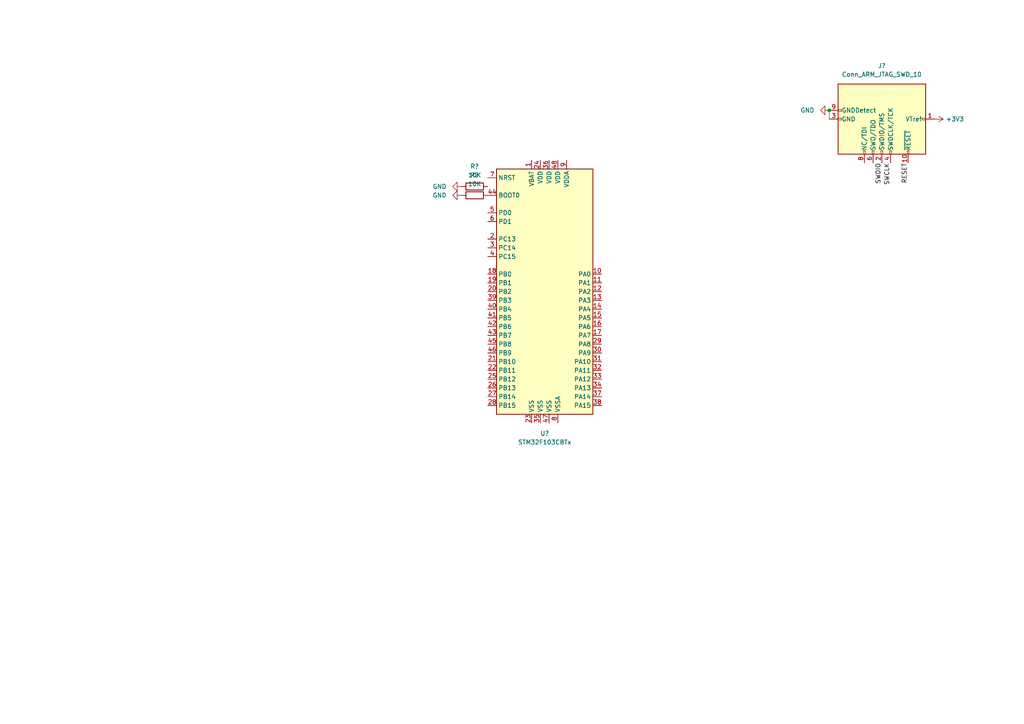
<source format=kicad_sch>
(kicad_sch (version 20210621) (generator eeschema)
  (paper "A4")
  (lib_symbols
    (symbol "Connector:Conn_ARM_JTAG_SWD_10" (pin_names (offset 1.016))
      (property "Reference" "J" (at -2.54 16.51 0))
      (property "Value" "Conn_ARM_JTAG_SWD_10" (at -2.54 13.97 0))
      (symbol "Conn_ARM_JTAG_SWD_10_0_1"
        (rectangle (start -10.16 12.7) (end 10.16 -12.7) (stroke (width 0.254)) (fill (type background)))
        (rectangle (start -2.794 -12.7) (end -2.286 -11.684))
        (rectangle (start -0.254 -12.7) (end 0.254 -11.684))
        (rectangle (start -0.254 12.7) (end 0.254 11.684))
        (rectangle (start 9.144 2.286) (end 10.16 2.794))
        (rectangle (start 10.16 -2.794) (end 9.144 -2.286))
        (rectangle (start 10.16 -0.254) (end 9.144 0.254))
        (rectangle (start 10.16 7.874) (end 9.144 7.366))
      )
      (symbol "Conn_ARM_JTAG_SWD_10_1_1"
        (rectangle (start 9.144 -5.334) (end 10.16 -4.826))
        (pin power_in line (at 0 15.24 270) (length 2.54) (name "VTref") (number "1"))
        (pin open_collector line (at 12.7 7.62 180) (length 2.54) (name "~{RESET}") (number "10"))
        (pin bidirectional line (at 12.7 0 180) (length 2.54) (name "SWDIO/TMS") (number "2"))
        (pin power_in line (at 0 -15.24 90) (length 2.54) (name "GND") (number "3"))
        (pin output line (at 12.7 2.54 180) (length 2.54) (name "SWDCLK/TCK") (number "4"))
        (pin passive line (at 0 -15.24 90) (length 2.54) hide (name "GND") (number "5"))
        (pin input line (at 12.7 -2.54 180) (length 2.54) (name "SWO/TDO") (number "6"))
        (pin no_connect line (at -10.16 0 0) (length 2.54) hide (name "KEY") (number "7"))
        (pin output line (at 12.7 -5.08 180) (length 2.54) (name "NC/TDI") (number "8"))
        (pin passive line (at -2.54 -15.24 90) (length 2.54) (name "GNDDetect") (number "9"))
      )
    )
    (symbol "Device:R" (pin_numbers hide) (pin_names (offset 0))
      (property "Reference" "R" (at 2.032 0 90))
      (property "Value" "R" (at 0 0 90))
      (symbol "R_0_1"
        (rectangle (start -1.016 -2.54) (end 1.016 2.54) (stroke (width 0.254)))
      )
      (symbol "R_1_1"
        (pin passive line (at 0 3.81 270) (length 1.27) (name "~") (number "1"))
        (pin passive line (at 0 -3.81 90) (length 1.27) (name "~") (number "2"))
      )
    )
    (symbol "MCU_ST_STM32F1:STM32F103CBTx"
      (property "Reference" "U" (at -15.24 36.83 0))
      (property "Value" "STM32F103CBTx" (at 7.62 36.83 0))
      (symbol "STM32F103CBTx_0_1"
        (rectangle (start -15.24 -35.56) (end 12.7 35.56) (stroke (width 0.254)) (fill (type background)))
      )
      (symbol "STM32F103CBTx_1_1"
        (pin power_in line (at -5.08 38.1 270) (length 2.54) (name "VBAT") (number "1"))
        (pin bidirectional line (at 15.24 5.08 180) (length 2.54) (name "PA0") (number "10"))
        (pin bidirectional line (at 15.24 2.54 180) (length 2.54) (name "PA1") (number "11"))
        (pin bidirectional line (at 15.24 0 180) (length 2.54) (name "PA2") (number "12"))
        (pin bidirectional line (at 15.24 -2.54 180) (length 2.54) (name "PA3") (number "13"))
        (pin bidirectional line (at 15.24 -5.08 180) (length 2.54) (name "PA4") (number "14"))
        (pin bidirectional line (at 15.24 -7.62 180) (length 2.54) (name "PA5") (number "15"))
        (pin bidirectional line (at 15.24 -10.16 180) (length 2.54) (name "PA6") (number "16"))
        (pin bidirectional line (at 15.24 -12.7 180) (length 2.54) (name "PA7") (number "17"))
        (pin bidirectional line (at -17.78 5.08 0) (length 2.54) (name "PB0") (number "18"))
        (pin bidirectional line (at -17.78 2.54 0) (length 2.54) (name "PB1") (number "19"))
        (pin bidirectional line (at -17.78 15.24 0) (length 2.54) (name "PC13") (number "2"))
        (pin bidirectional line (at -17.78 0 0) (length 2.54) (name "PB2") (number "20"))
        (pin bidirectional line (at -17.78 -20.32 0) (length 2.54) (name "PB10") (number "21"))
        (pin bidirectional line (at -17.78 -22.86 0) (length 2.54) (name "PB11") (number "22"))
        (pin power_in line (at -5.08 -38.1 90) (length 2.54) (name "VSS") (number "23"))
        (pin power_in line (at -2.54 38.1 270) (length 2.54) (name "VDD") (number "24"))
        (pin bidirectional line (at -17.78 -25.4 0) (length 2.54) (name "PB12") (number "25"))
        (pin bidirectional line (at -17.78 -27.94 0) (length 2.54) (name "PB13") (number "26"))
        (pin bidirectional line (at -17.78 -30.48 0) (length 2.54) (name "PB14") (number "27"))
        (pin bidirectional line (at -17.78 -33.02 0) (length 2.54) (name "PB15") (number "28"))
        (pin bidirectional line (at 15.24 -15.24 180) (length 2.54) (name "PA8") (number "29"))
        (pin bidirectional line (at -17.78 12.7 0) (length 2.54) (name "PC14") (number "3"))
        (pin bidirectional line (at 15.24 -17.78 180) (length 2.54) (name "PA9") (number "30"))
        (pin bidirectional line (at 15.24 -20.32 180) (length 2.54) (name "PA10") (number "31"))
        (pin bidirectional line (at 15.24 -22.86 180) (length 2.54) (name "PA11") (number "32"))
        (pin bidirectional line (at 15.24 -25.4 180) (length 2.54) (name "PA12") (number "33"))
        (pin bidirectional line (at 15.24 -27.94 180) (length 2.54) (name "PA13") (number "34"))
        (pin power_in line (at -2.54 -38.1 90) (length 2.54) (name "VSS") (number "35"))
        (pin power_in line (at 0 38.1 270) (length 2.54) (name "VDD") (number "36"))
        (pin bidirectional line (at 15.24 -30.48 180) (length 2.54) (name "PA14") (number "37"))
        (pin bidirectional line (at 15.24 -33.02 180) (length 2.54) (name "PA15") (number "38"))
        (pin bidirectional line (at -17.78 -2.54 0) (length 2.54) (name "PB3") (number "39"))
        (pin bidirectional line (at -17.78 10.16 0) (length 2.54) (name "PC15") (number "4"))
        (pin bidirectional line (at -17.78 -5.08 0) (length 2.54) (name "PB4") (number "40"))
        (pin bidirectional line (at -17.78 -7.62 0) (length 2.54) (name "PB5") (number "41"))
        (pin bidirectional line (at -17.78 -10.16 0) (length 2.54) (name "PB6") (number "42"))
        (pin bidirectional line (at -17.78 -12.7 0) (length 2.54) (name "PB7") (number "43"))
        (pin input line (at -17.78 27.94 0) (length 2.54) (name "BOOT0") (number "44"))
        (pin bidirectional line (at -17.78 -15.24 0) (length 2.54) (name "PB8") (number "45"))
        (pin bidirectional line (at -17.78 -17.78 0) (length 2.54) (name "PB9") (number "46"))
        (pin power_in line (at 0 -38.1 90) (length 2.54) (name "VSS") (number "47"))
        (pin power_in line (at 2.54 38.1 270) (length 2.54) (name "VDD") (number "48"))
        (pin input line (at -17.78 22.86 0) (length 2.54) (name "PD0") (number "5"))
        (pin input line (at -17.78 20.32 0) (length 2.54) (name "PD1") (number "6"))
        (pin input line (at -17.78 33.02 0) (length 2.54) (name "NRST") (number "7"))
        (pin power_in line (at 2.54 -38.1 90) (length 2.54) (name "VSSA") (number "8"))
        (pin power_in line (at 5.08 38.1 270) (length 2.54) (name "VDDA") (number "9"))
      )
    )
    (symbol "power:+3.3V" (power) (pin_names (offset 0))
      (property "Value" "+3.3V" (at 0 3.556 0))
      (symbol "+3.3V_0_1"
        (polyline (pts (xy -0.762 1.27) (xy 0 2.54)))
        (polyline (pts (xy 0 0) (xy 0 2.54)))
        (polyline (pts (xy 0 2.54) (xy 0.762 1.27)))
      )
      (symbol "+3.3V_1_1"
        (pin power_in line (at 0 0 90) (length 0) hide (name "+3V3") (number "1"))
      )
    )
    (symbol "power:GND" (power) (pin_names (offset 0))
      (property "Value" "GND" (at 0 -3.81 0))
      (symbol "GND_0_1"
        (polyline (pts (xy 0 0) (xy 0 -1.27) (xy 1.27 -1.27) (xy 0 -2.54) (xy -1.27 -1.27) (xy 0 -1.27)))
      )
      (symbol "GND_1_1"
        (pin power_in line (at 0 0 270) (length 0) hide (name "GND") (number "1"))
      )
    )
  )
  (junction (at 240.538 32.004))
  (wire (pts (xy 240.538 32.004) (xy 240.538 34.544)))
  (label "SWDIO" (at 255.778 47.244 270))
  (label "RESET" (at 263.398 47.244 270))
  (label "SWCLK" (at 258.318 47.244 270))
  (symbol (lib_id "power:GND") (at 133.858 54.1021 270) (unit 1)
    (property "Reference" "#PWR?" (effects hide))
    (property "Value" "GND" (at 129.54 54.102 90) (effects (justify right)))
  )
  (symbol (lib_id "MCU_ST_STM32F1:STM32F103CBTx") (at 159.258 84.582 0) (unit 1)
    (property "Reference" "U?" (at 157.988 125.73 0))
    (property "Value" "STM32F103CBTx" (at 157.988 128.27 0))
    (property "Footprint" "Package_QFP:LQFP-48_7x7mm_P0.5mm" (effects hide))
    (property "Datasheet" "http://www.st.com/st-web-ui/static/active/en/resource/technical/document/datasheet/CD00161566.pdf" (effects hide))
  )
  (symbol (lib_id "power:GND") (at 240.538 32.004 270) (unit 1)
    (property "Reference" "#PWR?" (effects hide))
    (property "Value" "GND" (at 236.22 32.0039 90) (effects (justify right)))
  )
  (symbol (lib_id "Device:R") (at 137.668 54.1021 90) (unit 1)
    (property "Reference" "R?" (at 137.668 48.2601 90))
    (property "Value" "10K" (at 137.668 50.8001 90))
  )
  (symbol (lib_id "power:+3.3V") (at 271.018 34.544 270) (unit 1)
    (property "Reference" "#PWR?" (effects hide))
    (property "Value" "+3.3V" (at 274.32 34.5439 90) (effects (justify left)))
  )
  (symbol (lib_id "Connector:Conn_ARM_JTAG_SWD_10") (at 255.778 34.544 270) (unit 1)
    (property "Reference" "J?" (at 255.778 19.05 90))
    (property "Value" "Conn_ARM_JTAG_SWD_10" (at 255.778 21.59 90))
    (property "Datasheet" "http://infocenter.arm.com/help/topic/com.arm.doc.ddi0314h/DDI0314H_coresight_components_trm.pdf" (effects hide))
  )
  (symbol (lib_id "power:GND") (at 133.858 56.6421 270) (unit 1)
    (property "Reference" "#PWR?" (effects hide))
    (property "Value" "GND" (at 129.54 56.642 90) (effects (justify right)))
  )
  (symbol (lib_id "Device:R") (at 137.668 56.6421 90) (unit 1)
    (property "Reference" "R?" (at 137.668 50.8001 90))
    (property "Value" "10K" (at 137.668 53.3401 90))
  )
)
</source>
